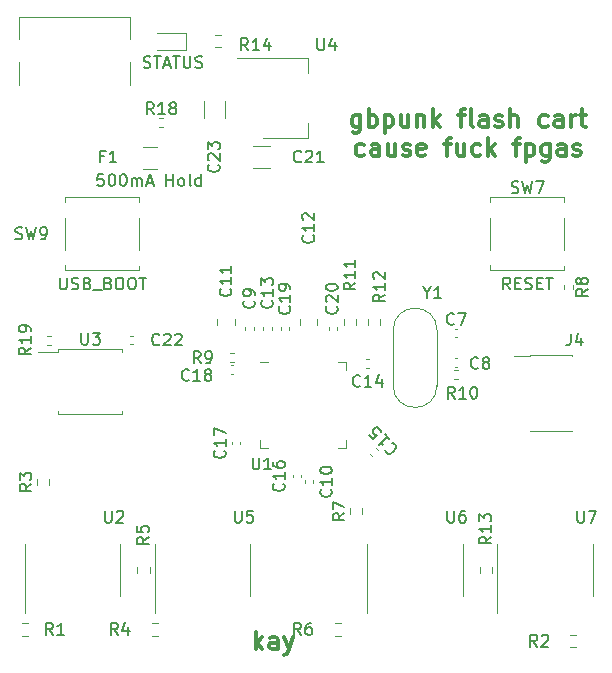
<source format=gto>
G04 #@! TF.GenerationSoftware,KiCad,Pcbnew,6.0.7*
G04 #@! TF.CreationDate,2022-08-31T22:31:15-07:00*
G04 #@! TF.ProjectId,gbpunk,67627075-6e6b-42e6-9b69-6361645f7063,v4.0*
G04 #@! TF.SameCoordinates,Original*
G04 #@! TF.FileFunction,Legend,Top*
G04 #@! TF.FilePolarity,Positive*
%FSLAX46Y46*%
G04 Gerber Fmt 4.6, Leading zero omitted, Abs format (unit mm)*
G04 Created by KiCad (PCBNEW 6.0.7) date 2022-08-31 22:31:15*
%MOMM*%
%LPD*%
G01*
G04 APERTURE LIST*
%ADD10C,0.300000*%
%ADD11C,0.150000*%
%ADD12C,0.120000*%
G04 APERTURE END LIST*
D10*
X104357142Y-46471071D02*
X104357142Y-47685357D01*
X104285714Y-47828214D01*
X104214285Y-47899642D01*
X104071428Y-47971071D01*
X103857142Y-47971071D01*
X103714285Y-47899642D01*
X104357142Y-47399642D02*
X104214285Y-47471071D01*
X103928571Y-47471071D01*
X103785714Y-47399642D01*
X103714285Y-47328214D01*
X103642857Y-47185357D01*
X103642857Y-46756785D01*
X103714285Y-46613928D01*
X103785714Y-46542500D01*
X103928571Y-46471071D01*
X104214285Y-46471071D01*
X104357142Y-46542500D01*
X105071428Y-47471071D02*
X105071428Y-45971071D01*
X105071428Y-46542500D02*
X105214285Y-46471071D01*
X105500000Y-46471071D01*
X105642857Y-46542500D01*
X105714285Y-46613928D01*
X105785714Y-46756785D01*
X105785714Y-47185357D01*
X105714285Y-47328214D01*
X105642857Y-47399642D01*
X105500000Y-47471071D01*
X105214285Y-47471071D01*
X105071428Y-47399642D01*
X106428571Y-46471071D02*
X106428571Y-47971071D01*
X106428571Y-46542500D02*
X106571428Y-46471071D01*
X106857142Y-46471071D01*
X107000000Y-46542500D01*
X107071428Y-46613928D01*
X107142857Y-46756785D01*
X107142857Y-47185357D01*
X107071428Y-47328214D01*
X107000000Y-47399642D01*
X106857142Y-47471071D01*
X106571428Y-47471071D01*
X106428571Y-47399642D01*
X108428571Y-46471071D02*
X108428571Y-47471071D01*
X107785714Y-46471071D02*
X107785714Y-47256785D01*
X107857142Y-47399642D01*
X108000000Y-47471071D01*
X108214285Y-47471071D01*
X108357142Y-47399642D01*
X108428571Y-47328214D01*
X109142857Y-46471071D02*
X109142857Y-47471071D01*
X109142857Y-46613928D02*
X109214285Y-46542500D01*
X109357142Y-46471071D01*
X109571428Y-46471071D01*
X109714285Y-46542500D01*
X109785714Y-46685357D01*
X109785714Y-47471071D01*
X110500000Y-47471071D02*
X110500000Y-45971071D01*
X110642857Y-46899642D02*
X111071428Y-47471071D01*
X111071428Y-46471071D02*
X110500000Y-47042500D01*
X112642857Y-46471071D02*
X113214285Y-46471071D01*
X112857142Y-47471071D02*
X112857142Y-46185357D01*
X112928571Y-46042500D01*
X113071428Y-45971071D01*
X113214285Y-45971071D01*
X113928571Y-47471071D02*
X113785714Y-47399642D01*
X113714285Y-47256785D01*
X113714285Y-45971071D01*
X115142857Y-47471071D02*
X115142857Y-46685357D01*
X115071428Y-46542500D01*
X114928571Y-46471071D01*
X114642857Y-46471071D01*
X114499999Y-46542500D01*
X115142857Y-47399642D02*
X114999999Y-47471071D01*
X114642857Y-47471071D01*
X114499999Y-47399642D01*
X114428571Y-47256785D01*
X114428571Y-47113928D01*
X114499999Y-46971071D01*
X114642857Y-46899642D01*
X114999999Y-46899642D01*
X115142857Y-46828214D01*
X115785714Y-47399642D02*
X115928571Y-47471071D01*
X116214285Y-47471071D01*
X116357142Y-47399642D01*
X116428571Y-47256785D01*
X116428571Y-47185357D01*
X116357142Y-47042500D01*
X116214285Y-46971071D01*
X115999999Y-46971071D01*
X115857142Y-46899642D01*
X115785714Y-46756785D01*
X115785714Y-46685357D01*
X115857142Y-46542500D01*
X115999999Y-46471071D01*
X116214285Y-46471071D01*
X116357142Y-46542500D01*
X117071428Y-47471071D02*
X117071428Y-45971071D01*
X117714285Y-47471071D02*
X117714285Y-46685357D01*
X117642857Y-46542500D01*
X117499999Y-46471071D01*
X117285714Y-46471071D01*
X117142857Y-46542500D01*
X117071428Y-46613928D01*
X120214285Y-47399642D02*
X120071428Y-47471071D01*
X119785714Y-47471071D01*
X119642857Y-47399642D01*
X119571428Y-47328214D01*
X119499999Y-47185357D01*
X119499999Y-46756785D01*
X119571428Y-46613928D01*
X119642857Y-46542500D01*
X119785714Y-46471071D01*
X120071428Y-46471071D01*
X120214285Y-46542500D01*
X121500000Y-47471071D02*
X121500000Y-46685357D01*
X121428571Y-46542500D01*
X121285714Y-46471071D01*
X121000000Y-46471071D01*
X120857142Y-46542500D01*
X121500000Y-47399642D02*
X121357142Y-47471071D01*
X121000000Y-47471071D01*
X120857142Y-47399642D01*
X120785714Y-47256785D01*
X120785714Y-47113928D01*
X120857142Y-46971071D01*
X121000000Y-46899642D01*
X121357142Y-46899642D01*
X121500000Y-46828214D01*
X122214285Y-47471071D02*
X122214285Y-46471071D01*
X122214285Y-46756785D02*
X122285714Y-46613928D01*
X122357142Y-46542500D01*
X122500000Y-46471071D01*
X122642857Y-46471071D01*
X122928571Y-46471071D02*
X123500000Y-46471071D01*
X123142857Y-45971071D02*
X123142857Y-47256785D01*
X123214285Y-47399642D01*
X123357142Y-47471071D01*
X123500000Y-47471071D01*
X104678571Y-49814642D02*
X104535714Y-49886071D01*
X104250000Y-49886071D01*
X104107142Y-49814642D01*
X104035714Y-49743214D01*
X103964285Y-49600357D01*
X103964285Y-49171785D01*
X104035714Y-49028928D01*
X104107142Y-48957500D01*
X104250000Y-48886071D01*
X104535714Y-48886071D01*
X104678571Y-48957500D01*
X105964285Y-49886071D02*
X105964285Y-49100357D01*
X105892857Y-48957500D01*
X105750000Y-48886071D01*
X105464285Y-48886071D01*
X105321428Y-48957500D01*
X105964285Y-49814642D02*
X105821428Y-49886071D01*
X105464285Y-49886071D01*
X105321428Y-49814642D01*
X105250000Y-49671785D01*
X105250000Y-49528928D01*
X105321428Y-49386071D01*
X105464285Y-49314642D01*
X105821428Y-49314642D01*
X105964285Y-49243214D01*
X107321428Y-48886071D02*
X107321428Y-49886071D01*
X106678571Y-48886071D02*
X106678571Y-49671785D01*
X106750000Y-49814642D01*
X106892857Y-49886071D01*
X107107142Y-49886071D01*
X107250000Y-49814642D01*
X107321428Y-49743214D01*
X107964285Y-49814642D02*
X108107142Y-49886071D01*
X108392857Y-49886071D01*
X108535714Y-49814642D01*
X108607142Y-49671785D01*
X108607142Y-49600357D01*
X108535714Y-49457500D01*
X108392857Y-49386071D01*
X108178571Y-49386071D01*
X108035714Y-49314642D01*
X107964285Y-49171785D01*
X107964285Y-49100357D01*
X108035714Y-48957500D01*
X108178571Y-48886071D01*
X108392857Y-48886071D01*
X108535714Y-48957500D01*
X109821428Y-49814642D02*
X109678571Y-49886071D01*
X109392857Y-49886071D01*
X109250000Y-49814642D01*
X109178571Y-49671785D01*
X109178571Y-49100357D01*
X109250000Y-48957500D01*
X109392857Y-48886071D01*
X109678571Y-48886071D01*
X109821428Y-48957500D01*
X109892857Y-49100357D01*
X109892857Y-49243214D01*
X109178571Y-49386071D01*
X111464285Y-48886071D02*
X112035714Y-48886071D01*
X111678571Y-49886071D02*
X111678571Y-48600357D01*
X111750000Y-48457500D01*
X111892857Y-48386071D01*
X112035714Y-48386071D01*
X113178571Y-48886071D02*
X113178571Y-49886071D01*
X112535714Y-48886071D02*
X112535714Y-49671785D01*
X112607142Y-49814642D01*
X112750000Y-49886071D01*
X112964285Y-49886071D01*
X113107142Y-49814642D01*
X113178571Y-49743214D01*
X114535714Y-49814642D02*
X114392857Y-49886071D01*
X114107142Y-49886071D01*
X113964285Y-49814642D01*
X113892857Y-49743214D01*
X113821428Y-49600357D01*
X113821428Y-49171785D01*
X113892857Y-49028928D01*
X113964285Y-48957500D01*
X114107142Y-48886071D01*
X114392857Y-48886071D01*
X114535714Y-48957500D01*
X115178571Y-49886071D02*
X115178571Y-48386071D01*
X115321428Y-49314642D02*
X115750000Y-49886071D01*
X115750000Y-48886071D02*
X115178571Y-49457500D01*
X117321428Y-48886071D02*
X117892857Y-48886071D01*
X117535714Y-49886071D02*
X117535714Y-48600357D01*
X117607142Y-48457500D01*
X117750000Y-48386071D01*
X117892857Y-48386071D01*
X118392857Y-48886071D02*
X118392857Y-50386071D01*
X118392857Y-48957500D02*
X118535714Y-48886071D01*
X118821428Y-48886071D01*
X118964285Y-48957500D01*
X119035714Y-49028928D01*
X119107142Y-49171785D01*
X119107142Y-49600357D01*
X119035714Y-49743214D01*
X118964285Y-49814642D01*
X118821428Y-49886071D01*
X118535714Y-49886071D01*
X118392857Y-49814642D01*
X120392857Y-48886071D02*
X120392857Y-50100357D01*
X120321428Y-50243214D01*
X120250000Y-50314642D01*
X120107142Y-50386071D01*
X119892857Y-50386071D01*
X119750000Y-50314642D01*
X120392857Y-49814642D02*
X120250000Y-49886071D01*
X119964285Y-49886071D01*
X119821428Y-49814642D01*
X119750000Y-49743214D01*
X119678571Y-49600357D01*
X119678571Y-49171785D01*
X119750000Y-49028928D01*
X119821428Y-48957500D01*
X119964285Y-48886071D01*
X120250000Y-48886071D01*
X120392857Y-48957500D01*
X121750000Y-49886071D02*
X121750000Y-49100357D01*
X121678571Y-48957500D01*
X121535714Y-48886071D01*
X121250000Y-48886071D01*
X121107142Y-48957500D01*
X121750000Y-49814642D02*
X121607142Y-49886071D01*
X121250000Y-49886071D01*
X121107142Y-49814642D01*
X121035714Y-49671785D01*
X121035714Y-49528928D01*
X121107142Y-49386071D01*
X121250000Y-49314642D01*
X121607142Y-49314642D01*
X121750000Y-49243214D01*
X122392857Y-49814642D02*
X122535714Y-49886071D01*
X122821428Y-49886071D01*
X122964285Y-49814642D01*
X123035714Y-49671785D01*
X123035714Y-49600357D01*
X122964285Y-49457500D01*
X122821428Y-49386071D01*
X122607142Y-49386071D01*
X122464285Y-49314642D01*
X122392857Y-49171785D01*
X122392857Y-49100357D01*
X122464285Y-48957500D01*
X122607142Y-48886071D01*
X122821428Y-48886071D01*
X122964285Y-48957500D01*
X95500000Y-91678571D02*
X95500000Y-90178571D01*
X95642857Y-91107142D02*
X96071428Y-91678571D01*
X96071428Y-90678571D02*
X95500000Y-91250000D01*
X97357142Y-91678571D02*
X97357142Y-90892857D01*
X97285714Y-90750000D01*
X97142857Y-90678571D01*
X96857142Y-90678571D01*
X96714285Y-90750000D01*
X97357142Y-91607142D02*
X97214285Y-91678571D01*
X96857142Y-91678571D01*
X96714285Y-91607142D01*
X96642857Y-91464285D01*
X96642857Y-91321428D01*
X96714285Y-91178571D01*
X96857142Y-91107142D01*
X97214285Y-91107142D01*
X97357142Y-91035714D01*
X97928571Y-90678571D02*
X98285714Y-91678571D01*
X98642857Y-90678571D02*
X98285714Y-91678571D01*
X98142857Y-92035714D01*
X98071428Y-92107142D01*
X97928571Y-92178571D01*
D11*
G04 #@! TO.C,C20*
X102357142Y-62642857D02*
X102404761Y-62690476D01*
X102452380Y-62833333D01*
X102452380Y-62928571D01*
X102404761Y-63071428D01*
X102309523Y-63166666D01*
X102214285Y-63214285D01*
X102023809Y-63261904D01*
X101880952Y-63261904D01*
X101690476Y-63214285D01*
X101595238Y-63166666D01*
X101500000Y-63071428D01*
X101452380Y-62928571D01*
X101452380Y-62833333D01*
X101500000Y-62690476D01*
X101547619Y-62642857D01*
X101547619Y-62261904D02*
X101500000Y-62214285D01*
X101452380Y-62119047D01*
X101452380Y-61880952D01*
X101500000Y-61785714D01*
X101547619Y-61738095D01*
X101642857Y-61690476D01*
X101738095Y-61690476D01*
X101880952Y-61738095D01*
X102452380Y-62309523D01*
X102452380Y-61690476D01*
X101452380Y-61071428D02*
X101452380Y-60976190D01*
X101500000Y-60880952D01*
X101547619Y-60833333D01*
X101642857Y-60785714D01*
X101833333Y-60738095D01*
X102071428Y-60738095D01*
X102261904Y-60785714D01*
X102357142Y-60833333D01*
X102404761Y-60880952D01*
X102452380Y-60976190D01*
X102452380Y-61071428D01*
X102404761Y-61166666D01*
X102357142Y-61214285D01*
X102261904Y-61261904D01*
X102071428Y-61309523D01*
X101833333Y-61309523D01*
X101642857Y-61261904D01*
X101547619Y-61214285D01*
X101500000Y-61166666D01*
X101452380Y-61071428D01*
G04 #@! TO.C,C13*
X96857142Y-62142857D02*
X96904761Y-62190476D01*
X96952380Y-62333333D01*
X96952380Y-62428571D01*
X96904761Y-62571428D01*
X96809523Y-62666666D01*
X96714285Y-62714285D01*
X96523809Y-62761904D01*
X96380952Y-62761904D01*
X96190476Y-62714285D01*
X96095238Y-62666666D01*
X96000000Y-62571428D01*
X95952380Y-62428571D01*
X95952380Y-62333333D01*
X96000000Y-62190476D01*
X96047619Y-62142857D01*
X96952380Y-61190476D02*
X96952380Y-61761904D01*
X96952380Y-61476190D02*
X95952380Y-61476190D01*
X96095238Y-61571428D01*
X96190476Y-61666666D01*
X96238095Y-61761904D01*
X95952380Y-60857142D02*
X95952380Y-60238095D01*
X96333333Y-60571428D01*
X96333333Y-60428571D01*
X96380952Y-60333333D01*
X96428571Y-60285714D01*
X96523809Y-60238095D01*
X96761904Y-60238095D01*
X96857142Y-60285714D01*
X96904761Y-60333333D01*
X96952380Y-60428571D01*
X96952380Y-60714285D01*
X96904761Y-60809523D01*
X96857142Y-60857142D01*
G04 #@! TO.C,U7*
X122738095Y-79952380D02*
X122738095Y-80761904D01*
X122785714Y-80857142D01*
X122833333Y-80904761D01*
X122928571Y-80952380D01*
X123119047Y-80952380D01*
X123214285Y-80904761D01*
X123261904Y-80857142D01*
X123309523Y-80761904D01*
X123309523Y-79952380D01*
X123690476Y-79952380D02*
X124357142Y-79952380D01*
X123928571Y-80952380D01*
G04 #@! TO.C,C17*
X92857142Y-74862857D02*
X92904761Y-74910476D01*
X92952380Y-75053333D01*
X92952380Y-75148571D01*
X92904761Y-75291428D01*
X92809523Y-75386666D01*
X92714285Y-75434285D01*
X92523809Y-75481904D01*
X92380952Y-75481904D01*
X92190476Y-75434285D01*
X92095238Y-75386666D01*
X92000000Y-75291428D01*
X91952380Y-75148571D01*
X91952380Y-75053333D01*
X92000000Y-74910476D01*
X92047619Y-74862857D01*
X92952380Y-73910476D02*
X92952380Y-74481904D01*
X92952380Y-74196190D02*
X91952380Y-74196190D01*
X92095238Y-74291428D01*
X92190476Y-74386666D01*
X92238095Y-74481904D01*
X91952380Y-73577142D02*
X91952380Y-72910476D01*
X92952380Y-73339047D01*
G04 #@! TO.C,C14*
X104357142Y-69357142D02*
X104309523Y-69404761D01*
X104166666Y-69452380D01*
X104071428Y-69452380D01*
X103928571Y-69404761D01*
X103833333Y-69309523D01*
X103785714Y-69214285D01*
X103738095Y-69023809D01*
X103738095Y-68880952D01*
X103785714Y-68690476D01*
X103833333Y-68595238D01*
X103928571Y-68500000D01*
X104071428Y-68452380D01*
X104166666Y-68452380D01*
X104309523Y-68500000D01*
X104357142Y-68547619D01*
X105309523Y-69452380D02*
X104738095Y-69452380D01*
X105023809Y-69452380D02*
X105023809Y-68452380D01*
X104928571Y-68595238D01*
X104833333Y-68690476D01*
X104738095Y-68738095D01*
X106166666Y-68785714D02*
X106166666Y-69452380D01*
X105928571Y-68404761D02*
X105690476Y-69119047D01*
X106309523Y-69119047D01*
G04 #@! TO.C,C22*
X87357142Y-65857142D02*
X87309523Y-65904761D01*
X87166666Y-65952380D01*
X87071428Y-65952380D01*
X86928571Y-65904761D01*
X86833333Y-65809523D01*
X86785714Y-65714285D01*
X86738095Y-65523809D01*
X86738095Y-65380952D01*
X86785714Y-65190476D01*
X86833333Y-65095238D01*
X86928571Y-65000000D01*
X87071428Y-64952380D01*
X87166666Y-64952380D01*
X87309523Y-65000000D01*
X87357142Y-65047619D01*
X87738095Y-65047619D02*
X87785714Y-65000000D01*
X87880952Y-64952380D01*
X88119047Y-64952380D01*
X88214285Y-65000000D01*
X88261904Y-65047619D01*
X88309523Y-65142857D01*
X88309523Y-65238095D01*
X88261904Y-65380952D01*
X87690476Y-65952380D01*
X88309523Y-65952380D01*
X88690476Y-65047619D02*
X88738095Y-65000000D01*
X88833333Y-64952380D01*
X89071428Y-64952380D01*
X89166666Y-65000000D01*
X89214285Y-65047619D01*
X89261904Y-65142857D01*
X89261904Y-65238095D01*
X89214285Y-65380952D01*
X88642857Y-65952380D01*
X89261904Y-65952380D01*
G04 #@! TO.C,R9*
X90833333Y-67452380D02*
X90500000Y-66976190D01*
X90261904Y-67452380D02*
X90261904Y-66452380D01*
X90642857Y-66452380D01*
X90738095Y-66500000D01*
X90785714Y-66547619D01*
X90833333Y-66642857D01*
X90833333Y-66785714D01*
X90785714Y-66880952D01*
X90738095Y-66928571D01*
X90642857Y-66976190D01*
X90261904Y-66976190D01*
X91309523Y-67452380D02*
X91500000Y-67452380D01*
X91595238Y-67404761D01*
X91642857Y-67357142D01*
X91738095Y-67214285D01*
X91785714Y-67023809D01*
X91785714Y-66642857D01*
X91738095Y-66547619D01*
X91690476Y-66500000D01*
X91595238Y-66452380D01*
X91404761Y-66452380D01*
X91309523Y-66500000D01*
X91261904Y-66547619D01*
X91214285Y-66642857D01*
X91214285Y-66880952D01*
X91261904Y-66976190D01*
X91309523Y-67023809D01*
X91404761Y-67071428D01*
X91595238Y-67071428D01*
X91690476Y-67023809D01*
X91738095Y-66976190D01*
X91785714Y-66880952D01*
G04 #@! TO.C,R13*
X115452380Y-82142857D02*
X114976190Y-82476190D01*
X115452380Y-82714285D02*
X114452380Y-82714285D01*
X114452380Y-82333333D01*
X114500000Y-82238095D01*
X114547619Y-82190476D01*
X114642857Y-82142857D01*
X114785714Y-82142857D01*
X114880952Y-82190476D01*
X114928571Y-82238095D01*
X114976190Y-82333333D01*
X114976190Y-82714285D01*
X115452380Y-81190476D02*
X115452380Y-81761904D01*
X115452380Y-81476190D02*
X114452380Y-81476190D01*
X114595238Y-81571428D01*
X114690476Y-81666666D01*
X114738095Y-81761904D01*
X114452380Y-80857142D02*
X114452380Y-80238095D01*
X114833333Y-80571428D01*
X114833333Y-80428571D01*
X114880952Y-80333333D01*
X114928571Y-80285714D01*
X115023809Y-80238095D01*
X115261904Y-80238095D01*
X115357142Y-80285714D01*
X115404761Y-80333333D01*
X115452380Y-80428571D01*
X115452380Y-80714285D01*
X115404761Y-80809523D01*
X115357142Y-80857142D01*
G04 #@! TO.C,R6*
X99333333Y-90452380D02*
X99000000Y-89976190D01*
X98761904Y-90452380D02*
X98761904Y-89452380D01*
X99142857Y-89452380D01*
X99238095Y-89500000D01*
X99285714Y-89547619D01*
X99333333Y-89642857D01*
X99333333Y-89785714D01*
X99285714Y-89880952D01*
X99238095Y-89928571D01*
X99142857Y-89976190D01*
X98761904Y-89976190D01*
X100190476Y-89452380D02*
X100000000Y-89452380D01*
X99904761Y-89500000D01*
X99857142Y-89547619D01*
X99761904Y-89690476D01*
X99714285Y-89880952D01*
X99714285Y-90261904D01*
X99761904Y-90357142D01*
X99809523Y-90404761D01*
X99904761Y-90452380D01*
X100095238Y-90452380D01*
X100190476Y-90404761D01*
X100238095Y-90357142D01*
X100285714Y-90261904D01*
X100285714Y-90023809D01*
X100238095Y-89928571D01*
X100190476Y-89880952D01*
X100095238Y-89833333D01*
X99904761Y-89833333D01*
X99809523Y-89880952D01*
X99761904Y-89928571D01*
X99714285Y-90023809D01*
G04 #@! TO.C,C21*
X99357142Y-50357142D02*
X99309523Y-50404761D01*
X99166666Y-50452380D01*
X99071428Y-50452380D01*
X98928571Y-50404761D01*
X98833333Y-50309523D01*
X98785714Y-50214285D01*
X98738095Y-50023809D01*
X98738095Y-49880952D01*
X98785714Y-49690476D01*
X98833333Y-49595238D01*
X98928571Y-49500000D01*
X99071428Y-49452380D01*
X99166666Y-49452380D01*
X99309523Y-49500000D01*
X99357142Y-49547619D01*
X99738095Y-49547619D02*
X99785714Y-49500000D01*
X99880952Y-49452380D01*
X100119047Y-49452380D01*
X100214285Y-49500000D01*
X100261904Y-49547619D01*
X100309523Y-49642857D01*
X100309523Y-49738095D01*
X100261904Y-49880952D01*
X99690476Y-50452380D01*
X100309523Y-50452380D01*
X101261904Y-50452380D02*
X100690476Y-50452380D01*
X100976190Y-50452380D02*
X100976190Y-49452380D01*
X100880952Y-49595238D01*
X100785714Y-49690476D01*
X100690476Y-49738095D01*
G04 #@! TO.C,C11*
X93357142Y-61142857D02*
X93404761Y-61190476D01*
X93452380Y-61333333D01*
X93452380Y-61428571D01*
X93404761Y-61571428D01*
X93309523Y-61666666D01*
X93214285Y-61714285D01*
X93023809Y-61761904D01*
X92880952Y-61761904D01*
X92690476Y-61714285D01*
X92595238Y-61666666D01*
X92500000Y-61571428D01*
X92452380Y-61428571D01*
X92452380Y-61333333D01*
X92500000Y-61190476D01*
X92547619Y-61142857D01*
X93452380Y-60190476D02*
X93452380Y-60761904D01*
X93452380Y-60476190D02*
X92452380Y-60476190D01*
X92595238Y-60571428D01*
X92690476Y-60666666D01*
X92738095Y-60761904D01*
X93452380Y-59238095D02*
X93452380Y-59809523D01*
X93452380Y-59523809D02*
X92452380Y-59523809D01*
X92595238Y-59619047D01*
X92690476Y-59714285D01*
X92738095Y-59809523D01*
G04 #@! TO.C,R11*
X103952380Y-60642857D02*
X103476190Y-60976190D01*
X103952380Y-61214285D02*
X102952380Y-61214285D01*
X102952380Y-60833333D01*
X103000000Y-60738095D01*
X103047619Y-60690476D01*
X103142857Y-60642857D01*
X103285714Y-60642857D01*
X103380952Y-60690476D01*
X103428571Y-60738095D01*
X103476190Y-60833333D01*
X103476190Y-61214285D01*
X103952380Y-59690476D02*
X103952380Y-60261904D01*
X103952380Y-59976190D02*
X102952380Y-59976190D01*
X103095238Y-60071428D01*
X103190476Y-60166666D01*
X103238095Y-60261904D01*
X103952380Y-58738095D02*
X103952380Y-59309523D01*
X103952380Y-59023809D02*
X102952380Y-59023809D01*
X103095238Y-59119047D01*
X103190476Y-59214285D01*
X103238095Y-59309523D01*
G04 #@! TO.C,J4*
X122166666Y-64952380D02*
X122166666Y-65666666D01*
X122119047Y-65809523D01*
X122023809Y-65904761D01*
X121880952Y-65952380D01*
X121785714Y-65952380D01*
X123071428Y-65285714D02*
X123071428Y-65952380D01*
X122833333Y-64904761D02*
X122595238Y-65619047D01*
X123214285Y-65619047D01*
G04 #@! TO.C,R19*
X76452380Y-66142857D02*
X75976190Y-66476190D01*
X76452380Y-66714285D02*
X75452380Y-66714285D01*
X75452380Y-66333333D01*
X75500000Y-66238095D01*
X75547619Y-66190476D01*
X75642857Y-66142857D01*
X75785714Y-66142857D01*
X75880952Y-66190476D01*
X75928571Y-66238095D01*
X75976190Y-66333333D01*
X75976190Y-66714285D01*
X76452380Y-65190476D02*
X76452380Y-65761904D01*
X76452380Y-65476190D02*
X75452380Y-65476190D01*
X75595238Y-65571428D01*
X75690476Y-65666666D01*
X75738095Y-65761904D01*
X76452380Y-64714285D02*
X76452380Y-64523809D01*
X76404761Y-64428571D01*
X76357142Y-64380952D01*
X76214285Y-64285714D01*
X76023809Y-64238095D01*
X75642857Y-64238095D01*
X75547619Y-64285714D01*
X75500000Y-64333333D01*
X75452380Y-64428571D01*
X75452380Y-64619047D01*
X75500000Y-64714285D01*
X75547619Y-64761904D01*
X75642857Y-64809523D01*
X75880952Y-64809523D01*
X75976190Y-64761904D01*
X76023809Y-64714285D01*
X76071428Y-64619047D01*
X76071428Y-64428571D01*
X76023809Y-64333333D01*
X75976190Y-64285714D01*
X75880952Y-64238095D01*
G04 #@! TO.C,R12*
X106452380Y-61642857D02*
X105976190Y-61976190D01*
X106452380Y-62214285D02*
X105452380Y-62214285D01*
X105452380Y-61833333D01*
X105500000Y-61738095D01*
X105547619Y-61690476D01*
X105642857Y-61642857D01*
X105785714Y-61642857D01*
X105880952Y-61690476D01*
X105928571Y-61738095D01*
X105976190Y-61833333D01*
X105976190Y-62214285D01*
X106452380Y-60690476D02*
X106452380Y-61261904D01*
X106452380Y-60976190D02*
X105452380Y-60976190D01*
X105595238Y-61071428D01*
X105690476Y-61166666D01*
X105738095Y-61261904D01*
X105547619Y-60309523D02*
X105500000Y-60261904D01*
X105452380Y-60166666D01*
X105452380Y-59928571D01*
X105500000Y-59833333D01*
X105547619Y-59785714D01*
X105642857Y-59738095D01*
X105738095Y-59738095D01*
X105880952Y-59785714D01*
X106452380Y-60357142D01*
X106452380Y-59738095D01*
G04 #@! TO.C,Y1*
X110023809Y-61476190D02*
X110023809Y-61952380D01*
X109690476Y-60952380D02*
X110023809Y-61476190D01*
X110357142Y-60952380D01*
X111214285Y-61952380D02*
X110642857Y-61952380D01*
X110928571Y-61952380D02*
X110928571Y-60952380D01*
X110833333Y-61095238D01*
X110738095Y-61190476D01*
X110642857Y-61238095D01*
G04 #@! TO.C,SW9*
X75166666Y-56904761D02*
X75309523Y-56952380D01*
X75547619Y-56952380D01*
X75642857Y-56904761D01*
X75690476Y-56857142D01*
X75738095Y-56761904D01*
X75738095Y-56666666D01*
X75690476Y-56571428D01*
X75642857Y-56523809D01*
X75547619Y-56476190D01*
X75357142Y-56428571D01*
X75261904Y-56380952D01*
X75214285Y-56333333D01*
X75166666Y-56238095D01*
X75166666Y-56142857D01*
X75214285Y-56047619D01*
X75261904Y-56000000D01*
X75357142Y-55952380D01*
X75595238Y-55952380D01*
X75738095Y-56000000D01*
X76071428Y-55952380D02*
X76309523Y-56952380D01*
X76500000Y-56238095D01*
X76690476Y-56952380D01*
X76928571Y-55952380D01*
X77357142Y-56952380D02*
X77547619Y-56952380D01*
X77642857Y-56904761D01*
X77690476Y-56857142D01*
X77785714Y-56714285D01*
X77833333Y-56523809D01*
X77833333Y-56142857D01*
X77785714Y-56047619D01*
X77738095Y-56000000D01*
X77642857Y-55952380D01*
X77452380Y-55952380D01*
X77357142Y-56000000D01*
X77309523Y-56047619D01*
X77261904Y-56142857D01*
X77261904Y-56380952D01*
X77309523Y-56476190D01*
X77357142Y-56523809D01*
X77452380Y-56571428D01*
X77642857Y-56571428D01*
X77738095Y-56523809D01*
X77785714Y-56476190D01*
X77833333Y-56380952D01*
X78928571Y-60202380D02*
X78928571Y-61011904D01*
X78976190Y-61107142D01*
X79023809Y-61154761D01*
X79119047Y-61202380D01*
X79309523Y-61202380D01*
X79404761Y-61154761D01*
X79452380Y-61107142D01*
X79500000Y-61011904D01*
X79500000Y-60202380D01*
X79928571Y-61154761D02*
X80071428Y-61202380D01*
X80309523Y-61202380D01*
X80404761Y-61154761D01*
X80452380Y-61107142D01*
X80500000Y-61011904D01*
X80500000Y-60916666D01*
X80452380Y-60821428D01*
X80404761Y-60773809D01*
X80309523Y-60726190D01*
X80119047Y-60678571D01*
X80023809Y-60630952D01*
X79976190Y-60583333D01*
X79928571Y-60488095D01*
X79928571Y-60392857D01*
X79976190Y-60297619D01*
X80023809Y-60250000D01*
X80119047Y-60202380D01*
X80357142Y-60202380D01*
X80500000Y-60250000D01*
X81261904Y-60678571D02*
X81404761Y-60726190D01*
X81452380Y-60773809D01*
X81500000Y-60869047D01*
X81500000Y-61011904D01*
X81452380Y-61107142D01*
X81404761Y-61154761D01*
X81309523Y-61202380D01*
X80928571Y-61202380D01*
X80928571Y-60202380D01*
X81261904Y-60202380D01*
X81357142Y-60250000D01*
X81404761Y-60297619D01*
X81452380Y-60392857D01*
X81452380Y-60488095D01*
X81404761Y-60583333D01*
X81357142Y-60630952D01*
X81261904Y-60678571D01*
X80928571Y-60678571D01*
X81690476Y-61297619D02*
X82452380Y-61297619D01*
X83023809Y-60678571D02*
X83166666Y-60726190D01*
X83214285Y-60773809D01*
X83261904Y-60869047D01*
X83261904Y-61011904D01*
X83214285Y-61107142D01*
X83166666Y-61154761D01*
X83071428Y-61202380D01*
X82690476Y-61202380D01*
X82690476Y-60202380D01*
X83023809Y-60202380D01*
X83119047Y-60250000D01*
X83166666Y-60297619D01*
X83214285Y-60392857D01*
X83214285Y-60488095D01*
X83166666Y-60583333D01*
X83119047Y-60630952D01*
X83023809Y-60678571D01*
X82690476Y-60678571D01*
X83880952Y-60202380D02*
X84071428Y-60202380D01*
X84166666Y-60250000D01*
X84261904Y-60345238D01*
X84309523Y-60535714D01*
X84309523Y-60869047D01*
X84261904Y-61059523D01*
X84166666Y-61154761D01*
X84071428Y-61202380D01*
X83880952Y-61202380D01*
X83785714Y-61154761D01*
X83690476Y-61059523D01*
X83642857Y-60869047D01*
X83642857Y-60535714D01*
X83690476Y-60345238D01*
X83785714Y-60250000D01*
X83880952Y-60202380D01*
X84928571Y-60202380D02*
X85119047Y-60202380D01*
X85214285Y-60250000D01*
X85309523Y-60345238D01*
X85357142Y-60535714D01*
X85357142Y-60869047D01*
X85309523Y-61059523D01*
X85214285Y-61154761D01*
X85119047Y-61202380D01*
X84928571Y-61202380D01*
X84833333Y-61154761D01*
X84738095Y-61059523D01*
X84690476Y-60869047D01*
X84690476Y-60535714D01*
X84738095Y-60345238D01*
X84833333Y-60250000D01*
X84928571Y-60202380D01*
X85642857Y-60202380D02*
X86214285Y-60202380D01*
X85928571Y-61202380D02*
X85928571Y-60202380D01*
G04 #@! TO.C,R2*
X119333333Y-91452380D02*
X119000000Y-90976190D01*
X118761904Y-91452380D02*
X118761904Y-90452380D01*
X119142857Y-90452380D01*
X119238095Y-90500000D01*
X119285714Y-90547619D01*
X119333333Y-90642857D01*
X119333333Y-90785714D01*
X119285714Y-90880952D01*
X119238095Y-90928571D01*
X119142857Y-90976190D01*
X118761904Y-90976190D01*
X119714285Y-90547619D02*
X119761904Y-90500000D01*
X119857142Y-90452380D01*
X120095238Y-90452380D01*
X120190476Y-90500000D01*
X120238095Y-90547619D01*
X120285714Y-90642857D01*
X120285714Y-90738095D01*
X120238095Y-90880952D01*
X119666666Y-91452380D01*
X120285714Y-91452380D01*
G04 #@! TO.C,C8*
X114333333Y-67857142D02*
X114285714Y-67904761D01*
X114142857Y-67952380D01*
X114047619Y-67952380D01*
X113904761Y-67904761D01*
X113809523Y-67809523D01*
X113761904Y-67714285D01*
X113714285Y-67523809D01*
X113714285Y-67380952D01*
X113761904Y-67190476D01*
X113809523Y-67095238D01*
X113904761Y-67000000D01*
X114047619Y-66952380D01*
X114142857Y-66952380D01*
X114285714Y-67000000D01*
X114333333Y-67047619D01*
X114904761Y-67380952D02*
X114809523Y-67333333D01*
X114761904Y-67285714D01*
X114714285Y-67190476D01*
X114714285Y-67142857D01*
X114761904Y-67047619D01*
X114809523Y-67000000D01*
X114904761Y-66952380D01*
X115095238Y-66952380D01*
X115190476Y-67000000D01*
X115238095Y-67047619D01*
X115285714Y-67142857D01*
X115285714Y-67190476D01*
X115238095Y-67285714D01*
X115190476Y-67333333D01*
X115095238Y-67380952D01*
X114904761Y-67380952D01*
X114809523Y-67428571D01*
X114761904Y-67476190D01*
X114714285Y-67571428D01*
X114714285Y-67761904D01*
X114761904Y-67857142D01*
X114809523Y-67904761D01*
X114904761Y-67952380D01*
X115095238Y-67952380D01*
X115190476Y-67904761D01*
X115238095Y-67857142D01*
X115285714Y-67761904D01*
X115285714Y-67571428D01*
X115238095Y-67476190D01*
X115190476Y-67428571D01*
X115095238Y-67380952D01*
G04 #@! TO.C,R5*
X86452380Y-82166666D02*
X85976190Y-82500000D01*
X86452380Y-82738095D02*
X85452380Y-82738095D01*
X85452380Y-82357142D01*
X85500000Y-82261904D01*
X85547619Y-82214285D01*
X85642857Y-82166666D01*
X85785714Y-82166666D01*
X85880952Y-82214285D01*
X85928571Y-82261904D01*
X85976190Y-82357142D01*
X85976190Y-82738095D01*
X85452380Y-81261904D02*
X85452380Y-81738095D01*
X85928571Y-81785714D01*
X85880952Y-81738095D01*
X85833333Y-81642857D01*
X85833333Y-81404761D01*
X85880952Y-81309523D01*
X85928571Y-81261904D01*
X86023809Y-81214285D01*
X86261904Y-81214285D01*
X86357142Y-81261904D01*
X86404761Y-81309523D01*
X86452380Y-81404761D01*
X86452380Y-81642857D01*
X86404761Y-81738095D01*
X86357142Y-81785714D01*
G04 #@! TO.C,C16*
X97857142Y-77642857D02*
X97904761Y-77690476D01*
X97952380Y-77833333D01*
X97952380Y-77928571D01*
X97904761Y-78071428D01*
X97809523Y-78166666D01*
X97714285Y-78214285D01*
X97523809Y-78261904D01*
X97380952Y-78261904D01*
X97190476Y-78214285D01*
X97095238Y-78166666D01*
X97000000Y-78071428D01*
X96952380Y-77928571D01*
X96952380Y-77833333D01*
X97000000Y-77690476D01*
X97047619Y-77642857D01*
X97952380Y-76690476D02*
X97952380Y-77261904D01*
X97952380Y-76976190D02*
X96952380Y-76976190D01*
X97095238Y-77071428D01*
X97190476Y-77166666D01*
X97238095Y-77261904D01*
X96952380Y-75833333D02*
X96952380Y-76023809D01*
X97000000Y-76119047D01*
X97047619Y-76166666D01*
X97190476Y-76261904D01*
X97380952Y-76309523D01*
X97761904Y-76309523D01*
X97857142Y-76261904D01*
X97904761Y-76214285D01*
X97952380Y-76119047D01*
X97952380Y-75928571D01*
X97904761Y-75833333D01*
X97857142Y-75785714D01*
X97761904Y-75738095D01*
X97523809Y-75738095D01*
X97428571Y-75785714D01*
X97380952Y-75833333D01*
X97333333Y-75928571D01*
X97333333Y-76119047D01*
X97380952Y-76214285D01*
X97428571Y-76261904D01*
X97523809Y-76309523D01*
G04 #@! TO.C,U6*
X111738095Y-79952380D02*
X111738095Y-80761904D01*
X111785714Y-80857142D01*
X111833333Y-80904761D01*
X111928571Y-80952380D01*
X112119047Y-80952380D01*
X112214285Y-80904761D01*
X112261904Y-80857142D01*
X112309523Y-80761904D01*
X112309523Y-79952380D01*
X113214285Y-79952380D02*
X113023809Y-79952380D01*
X112928571Y-80000000D01*
X112880952Y-80047619D01*
X112785714Y-80190476D01*
X112738095Y-80380952D01*
X112738095Y-80761904D01*
X112785714Y-80857142D01*
X112833333Y-80904761D01*
X112928571Y-80952380D01*
X113119047Y-80952380D01*
X113214285Y-80904761D01*
X113261904Y-80857142D01*
X113309523Y-80761904D01*
X113309523Y-80523809D01*
X113261904Y-80428571D01*
X113214285Y-80380952D01*
X113119047Y-80333333D01*
X112928571Y-80333333D01*
X112833333Y-80380952D01*
X112785714Y-80428571D01*
X112738095Y-80523809D01*
G04 #@! TO.C,C15*
X107027350Y-74202030D02*
X107094694Y-74202030D01*
X107229381Y-74269374D01*
X107296724Y-74336717D01*
X107364068Y-74471404D01*
X107364068Y-74606091D01*
X107330396Y-74707106D01*
X107229381Y-74875465D01*
X107128366Y-74976480D01*
X106960007Y-75077496D01*
X106858992Y-75111167D01*
X106724305Y-75111167D01*
X106589618Y-75043824D01*
X106522274Y-74976480D01*
X106454931Y-74841793D01*
X106454931Y-74774450D01*
X106421259Y-73461251D02*
X106825320Y-73865312D01*
X106623289Y-73663282D02*
X105916182Y-74370389D01*
X106084541Y-74336717D01*
X106219228Y-74336717D01*
X106320244Y-74370389D01*
X105074389Y-73528595D02*
X105411106Y-73865312D01*
X105781495Y-73562267D01*
X105714152Y-73562267D01*
X105613137Y-73528595D01*
X105444778Y-73360236D01*
X105411106Y-73259221D01*
X105411106Y-73191877D01*
X105444778Y-73090862D01*
X105613137Y-72922503D01*
X105714152Y-72888832D01*
X105781495Y-72888832D01*
X105882511Y-72922503D01*
X106050869Y-73090862D01*
X106084541Y-73191877D01*
X106084541Y-73259221D01*
G04 #@! TO.C,R18*
X86867142Y-46382380D02*
X86533809Y-45906190D01*
X86295714Y-46382380D02*
X86295714Y-45382380D01*
X86676666Y-45382380D01*
X86771904Y-45430000D01*
X86819523Y-45477619D01*
X86867142Y-45572857D01*
X86867142Y-45715714D01*
X86819523Y-45810952D01*
X86771904Y-45858571D01*
X86676666Y-45906190D01*
X86295714Y-45906190D01*
X87819523Y-46382380D02*
X87248095Y-46382380D01*
X87533809Y-46382380D02*
X87533809Y-45382380D01*
X87438571Y-45525238D01*
X87343333Y-45620476D01*
X87248095Y-45668095D01*
X88390952Y-45810952D02*
X88295714Y-45763333D01*
X88248095Y-45715714D01*
X88200476Y-45620476D01*
X88200476Y-45572857D01*
X88248095Y-45477619D01*
X88295714Y-45430000D01*
X88390952Y-45382380D01*
X88581428Y-45382380D01*
X88676666Y-45430000D01*
X88724285Y-45477619D01*
X88771904Y-45572857D01*
X88771904Y-45620476D01*
X88724285Y-45715714D01*
X88676666Y-45763333D01*
X88581428Y-45810952D01*
X88390952Y-45810952D01*
X88295714Y-45858571D01*
X88248095Y-45906190D01*
X88200476Y-46001428D01*
X88200476Y-46191904D01*
X88248095Y-46287142D01*
X88295714Y-46334761D01*
X88390952Y-46382380D01*
X88581428Y-46382380D01*
X88676666Y-46334761D01*
X88724285Y-46287142D01*
X88771904Y-46191904D01*
X88771904Y-46001428D01*
X88724285Y-45906190D01*
X88676666Y-45858571D01*
X88581428Y-45810952D01*
G04 #@! TO.C,U3*
X80738095Y-64892380D02*
X80738095Y-65701904D01*
X80785714Y-65797142D01*
X80833333Y-65844761D01*
X80928571Y-65892380D01*
X81119047Y-65892380D01*
X81214285Y-65844761D01*
X81261904Y-65797142D01*
X81309523Y-65701904D01*
X81309523Y-64892380D01*
X81690476Y-64892380D02*
X82309523Y-64892380D01*
X81976190Y-65273333D01*
X82119047Y-65273333D01*
X82214285Y-65320952D01*
X82261904Y-65368571D01*
X82309523Y-65463809D01*
X82309523Y-65701904D01*
X82261904Y-65797142D01*
X82214285Y-65844761D01*
X82119047Y-65892380D01*
X81833333Y-65892380D01*
X81738095Y-65844761D01*
X81690476Y-65797142D01*
G04 #@! TO.C,R7*
X103022380Y-80166666D02*
X102546190Y-80500000D01*
X103022380Y-80738095D02*
X102022380Y-80738095D01*
X102022380Y-80357142D01*
X102070000Y-80261904D01*
X102117619Y-80214285D01*
X102212857Y-80166666D01*
X102355714Y-80166666D01*
X102450952Y-80214285D01*
X102498571Y-80261904D01*
X102546190Y-80357142D01*
X102546190Y-80738095D01*
X102022380Y-79833333D02*
X102022380Y-79166666D01*
X103022380Y-79595238D01*
G04 #@! TO.C,R1*
X78333333Y-90452380D02*
X78000000Y-89976190D01*
X77761904Y-90452380D02*
X77761904Y-89452380D01*
X78142857Y-89452380D01*
X78238095Y-89500000D01*
X78285714Y-89547619D01*
X78333333Y-89642857D01*
X78333333Y-89785714D01*
X78285714Y-89880952D01*
X78238095Y-89928571D01*
X78142857Y-89976190D01*
X77761904Y-89976190D01*
X79285714Y-90452380D02*
X78714285Y-90452380D01*
X79000000Y-90452380D02*
X79000000Y-89452380D01*
X78904761Y-89595238D01*
X78809523Y-89690476D01*
X78714285Y-89738095D01*
G04 #@! TO.C,SW7*
X117166666Y-53004761D02*
X117309523Y-53052380D01*
X117547619Y-53052380D01*
X117642857Y-53004761D01*
X117690476Y-52957142D01*
X117738095Y-52861904D01*
X117738095Y-52766666D01*
X117690476Y-52671428D01*
X117642857Y-52623809D01*
X117547619Y-52576190D01*
X117357142Y-52528571D01*
X117261904Y-52480952D01*
X117214285Y-52433333D01*
X117166666Y-52338095D01*
X117166666Y-52242857D01*
X117214285Y-52147619D01*
X117261904Y-52100000D01*
X117357142Y-52052380D01*
X117595238Y-52052380D01*
X117738095Y-52100000D01*
X118071428Y-52052380D02*
X118309523Y-53052380D01*
X118500000Y-52338095D01*
X118690476Y-53052380D01*
X118928571Y-52052380D01*
X119214285Y-52052380D02*
X119880952Y-52052380D01*
X119452380Y-53052380D01*
X117047619Y-61202380D02*
X116714285Y-60726190D01*
X116476190Y-61202380D02*
X116476190Y-60202380D01*
X116857142Y-60202380D01*
X116952380Y-60250000D01*
X117000000Y-60297619D01*
X117047619Y-60392857D01*
X117047619Y-60535714D01*
X117000000Y-60630952D01*
X116952380Y-60678571D01*
X116857142Y-60726190D01*
X116476190Y-60726190D01*
X117476190Y-60678571D02*
X117809523Y-60678571D01*
X117952380Y-61202380D02*
X117476190Y-61202380D01*
X117476190Y-60202380D01*
X117952380Y-60202380D01*
X118333333Y-61154761D02*
X118476190Y-61202380D01*
X118714285Y-61202380D01*
X118809523Y-61154761D01*
X118857142Y-61107142D01*
X118904761Y-61011904D01*
X118904761Y-60916666D01*
X118857142Y-60821428D01*
X118809523Y-60773809D01*
X118714285Y-60726190D01*
X118523809Y-60678571D01*
X118428571Y-60630952D01*
X118380952Y-60583333D01*
X118333333Y-60488095D01*
X118333333Y-60392857D01*
X118380952Y-60297619D01*
X118428571Y-60250000D01*
X118523809Y-60202380D01*
X118761904Y-60202380D01*
X118904761Y-60250000D01*
X119333333Y-60678571D02*
X119666666Y-60678571D01*
X119809523Y-61202380D02*
X119333333Y-61202380D01*
X119333333Y-60202380D01*
X119809523Y-60202380D01*
X120095238Y-60202380D02*
X120666666Y-60202380D01*
X120380952Y-61202380D02*
X120380952Y-60202380D01*
G04 #@! TO.C,C19*
X98357142Y-62642857D02*
X98404761Y-62690476D01*
X98452380Y-62833333D01*
X98452380Y-62928571D01*
X98404761Y-63071428D01*
X98309523Y-63166666D01*
X98214285Y-63214285D01*
X98023809Y-63261904D01*
X97880952Y-63261904D01*
X97690476Y-63214285D01*
X97595238Y-63166666D01*
X97500000Y-63071428D01*
X97452380Y-62928571D01*
X97452380Y-62833333D01*
X97500000Y-62690476D01*
X97547619Y-62642857D01*
X98452380Y-61690476D02*
X98452380Y-62261904D01*
X98452380Y-61976190D02*
X97452380Y-61976190D01*
X97595238Y-62071428D01*
X97690476Y-62166666D01*
X97738095Y-62261904D01*
X98452380Y-61214285D02*
X98452380Y-61023809D01*
X98404761Y-60928571D01*
X98357142Y-60880952D01*
X98214285Y-60785714D01*
X98023809Y-60738095D01*
X97642857Y-60738095D01*
X97547619Y-60785714D01*
X97500000Y-60833333D01*
X97452380Y-60928571D01*
X97452380Y-61119047D01*
X97500000Y-61214285D01*
X97547619Y-61261904D01*
X97642857Y-61309523D01*
X97880952Y-61309523D01*
X97976190Y-61261904D01*
X98023809Y-61214285D01*
X98071428Y-61119047D01*
X98071428Y-60928571D01*
X98023809Y-60833333D01*
X97976190Y-60785714D01*
X97880952Y-60738095D01*
G04 #@! TO.C,U4*
X100738095Y-39952380D02*
X100738095Y-40761904D01*
X100785714Y-40857142D01*
X100833333Y-40904761D01*
X100928571Y-40952380D01*
X101119047Y-40952380D01*
X101214285Y-40904761D01*
X101261904Y-40857142D01*
X101309523Y-40761904D01*
X101309523Y-39952380D01*
X102214285Y-40285714D02*
X102214285Y-40952380D01*
X101976190Y-39904761D02*
X101738095Y-40619047D01*
X102357142Y-40619047D01*
G04 #@! TO.C,U2*
X82738095Y-79952380D02*
X82738095Y-80761904D01*
X82785714Y-80857142D01*
X82833333Y-80904761D01*
X82928571Y-80952380D01*
X83119047Y-80952380D01*
X83214285Y-80904761D01*
X83261904Y-80857142D01*
X83309523Y-80761904D01*
X83309523Y-79952380D01*
X83738095Y-80047619D02*
X83785714Y-80000000D01*
X83880952Y-79952380D01*
X84119047Y-79952380D01*
X84214285Y-80000000D01*
X84261904Y-80047619D01*
X84309523Y-80142857D01*
X84309523Y-80238095D01*
X84261904Y-80380952D01*
X83690476Y-80952380D01*
X84309523Y-80952380D01*
G04 #@! TO.C,U5*
X93738095Y-79952380D02*
X93738095Y-80761904D01*
X93785714Y-80857142D01*
X93833333Y-80904761D01*
X93928571Y-80952380D01*
X94119047Y-80952380D01*
X94214285Y-80904761D01*
X94261904Y-80857142D01*
X94309523Y-80761904D01*
X94309523Y-79952380D01*
X95261904Y-79952380D02*
X94785714Y-79952380D01*
X94738095Y-80428571D01*
X94785714Y-80380952D01*
X94880952Y-80333333D01*
X95119047Y-80333333D01*
X95214285Y-80380952D01*
X95261904Y-80428571D01*
X95309523Y-80523809D01*
X95309523Y-80761904D01*
X95261904Y-80857142D01*
X95214285Y-80904761D01*
X95119047Y-80952380D01*
X94880952Y-80952380D01*
X94785714Y-80904761D01*
X94738095Y-80857142D01*
G04 #@! TO.C,R8*
X123622380Y-61166666D02*
X123146190Y-61500000D01*
X123622380Y-61738095D02*
X122622380Y-61738095D01*
X122622380Y-61357142D01*
X122670000Y-61261904D01*
X122717619Y-61214285D01*
X122812857Y-61166666D01*
X122955714Y-61166666D01*
X123050952Y-61214285D01*
X123098571Y-61261904D01*
X123146190Y-61357142D01*
X123146190Y-61738095D01*
X123050952Y-60595238D02*
X123003333Y-60690476D01*
X122955714Y-60738095D01*
X122860476Y-60785714D01*
X122812857Y-60785714D01*
X122717619Y-60738095D01*
X122670000Y-60690476D01*
X122622380Y-60595238D01*
X122622380Y-60404761D01*
X122670000Y-60309523D01*
X122717619Y-60261904D01*
X122812857Y-60214285D01*
X122860476Y-60214285D01*
X122955714Y-60261904D01*
X123003333Y-60309523D01*
X123050952Y-60404761D01*
X123050952Y-60595238D01*
X123098571Y-60690476D01*
X123146190Y-60738095D01*
X123241428Y-60785714D01*
X123431904Y-60785714D01*
X123527142Y-60738095D01*
X123574761Y-60690476D01*
X123622380Y-60595238D01*
X123622380Y-60404761D01*
X123574761Y-60309523D01*
X123527142Y-60261904D01*
X123431904Y-60214285D01*
X123241428Y-60214285D01*
X123146190Y-60261904D01*
X123098571Y-60309523D01*
X123050952Y-60404761D01*
G04 #@! TO.C,U1*
X95238095Y-75452380D02*
X95238095Y-76261904D01*
X95285714Y-76357142D01*
X95333333Y-76404761D01*
X95428571Y-76452380D01*
X95619047Y-76452380D01*
X95714285Y-76404761D01*
X95761904Y-76357142D01*
X95809523Y-76261904D01*
X95809523Y-75452380D01*
X96809523Y-76452380D02*
X96238095Y-76452380D01*
X96523809Y-76452380D02*
X96523809Y-75452380D01*
X96428571Y-75595238D01*
X96333333Y-75690476D01*
X96238095Y-75738095D01*
G04 #@! TO.C,R4*
X83833333Y-90452380D02*
X83500000Y-89976190D01*
X83261904Y-90452380D02*
X83261904Y-89452380D01*
X83642857Y-89452380D01*
X83738095Y-89500000D01*
X83785714Y-89547619D01*
X83833333Y-89642857D01*
X83833333Y-89785714D01*
X83785714Y-89880952D01*
X83738095Y-89928571D01*
X83642857Y-89976190D01*
X83261904Y-89976190D01*
X84690476Y-89785714D02*
X84690476Y-90452380D01*
X84452380Y-89404761D02*
X84214285Y-90119047D01*
X84833333Y-90119047D01*
G04 #@! TO.C,C7*
X112293333Y-64107142D02*
X112245714Y-64154761D01*
X112102857Y-64202380D01*
X112007619Y-64202380D01*
X111864761Y-64154761D01*
X111769523Y-64059523D01*
X111721904Y-63964285D01*
X111674285Y-63773809D01*
X111674285Y-63630952D01*
X111721904Y-63440476D01*
X111769523Y-63345238D01*
X111864761Y-63250000D01*
X112007619Y-63202380D01*
X112102857Y-63202380D01*
X112245714Y-63250000D01*
X112293333Y-63297619D01*
X112626666Y-63202380D02*
X113293333Y-63202380D01*
X112864761Y-64202380D01*
G04 #@! TO.C,C18*
X89857142Y-68857142D02*
X89809523Y-68904761D01*
X89666666Y-68952380D01*
X89571428Y-68952380D01*
X89428571Y-68904761D01*
X89333333Y-68809523D01*
X89285714Y-68714285D01*
X89238095Y-68523809D01*
X89238095Y-68380952D01*
X89285714Y-68190476D01*
X89333333Y-68095238D01*
X89428571Y-68000000D01*
X89571428Y-67952380D01*
X89666666Y-67952380D01*
X89809523Y-68000000D01*
X89857142Y-68047619D01*
X90809523Y-68952380D02*
X90238095Y-68952380D01*
X90523809Y-68952380D02*
X90523809Y-67952380D01*
X90428571Y-68095238D01*
X90333333Y-68190476D01*
X90238095Y-68238095D01*
X91380952Y-68380952D02*
X91285714Y-68333333D01*
X91238095Y-68285714D01*
X91190476Y-68190476D01*
X91190476Y-68142857D01*
X91238095Y-68047619D01*
X91285714Y-68000000D01*
X91380952Y-67952380D01*
X91571428Y-67952380D01*
X91666666Y-68000000D01*
X91714285Y-68047619D01*
X91761904Y-68142857D01*
X91761904Y-68190476D01*
X91714285Y-68285714D01*
X91666666Y-68333333D01*
X91571428Y-68380952D01*
X91380952Y-68380952D01*
X91285714Y-68428571D01*
X91238095Y-68476190D01*
X91190476Y-68571428D01*
X91190476Y-68761904D01*
X91238095Y-68857142D01*
X91285714Y-68904761D01*
X91380952Y-68952380D01*
X91571428Y-68952380D01*
X91666666Y-68904761D01*
X91714285Y-68857142D01*
X91761904Y-68761904D01*
X91761904Y-68571428D01*
X91714285Y-68476190D01*
X91666666Y-68428571D01*
X91571428Y-68380952D01*
G04 #@! TO.C,D1*
X86023809Y-42404761D02*
X86166666Y-42452380D01*
X86404761Y-42452380D01*
X86500000Y-42404761D01*
X86547619Y-42357142D01*
X86595238Y-42261904D01*
X86595238Y-42166666D01*
X86547619Y-42071428D01*
X86500000Y-42023809D01*
X86404761Y-41976190D01*
X86214285Y-41928571D01*
X86119047Y-41880952D01*
X86071428Y-41833333D01*
X86023809Y-41738095D01*
X86023809Y-41642857D01*
X86071428Y-41547619D01*
X86119047Y-41500000D01*
X86214285Y-41452380D01*
X86452380Y-41452380D01*
X86595238Y-41500000D01*
X86880952Y-41452380D02*
X87452380Y-41452380D01*
X87166666Y-42452380D02*
X87166666Y-41452380D01*
X87738095Y-42166666D02*
X88214285Y-42166666D01*
X87642857Y-42452380D02*
X87976190Y-41452380D01*
X88309523Y-42452380D01*
X88500000Y-41452380D02*
X89071428Y-41452380D01*
X88785714Y-42452380D02*
X88785714Y-41452380D01*
X89404761Y-41452380D02*
X89404761Y-42261904D01*
X89452380Y-42357142D01*
X89500000Y-42404761D01*
X89595238Y-42452380D01*
X89785714Y-42452380D01*
X89880952Y-42404761D01*
X89928571Y-42357142D01*
X89976190Y-42261904D01*
X89976190Y-41452380D01*
X90404761Y-42404761D02*
X90547619Y-42452380D01*
X90785714Y-42452380D01*
X90880952Y-42404761D01*
X90928571Y-42357142D01*
X90976190Y-42261904D01*
X90976190Y-42166666D01*
X90928571Y-42071428D01*
X90880952Y-42023809D01*
X90785714Y-41976190D01*
X90595238Y-41928571D01*
X90500000Y-41880952D01*
X90452380Y-41833333D01*
X90404761Y-41738095D01*
X90404761Y-41642857D01*
X90452380Y-41547619D01*
X90500000Y-41500000D01*
X90595238Y-41452380D01*
X90833333Y-41452380D01*
X90976190Y-41500000D01*
G04 #@! TO.C,F1*
X82666666Y-49928571D02*
X82333333Y-49928571D01*
X82333333Y-50452380D02*
X82333333Y-49452380D01*
X82809523Y-49452380D01*
X83714285Y-50452380D02*
X83142857Y-50452380D01*
X83428571Y-50452380D02*
X83428571Y-49452380D01*
X83333333Y-49595238D01*
X83238095Y-49690476D01*
X83142857Y-49738095D01*
X82619047Y-51452380D02*
X82142857Y-51452380D01*
X82095238Y-51928571D01*
X82142857Y-51880952D01*
X82238095Y-51833333D01*
X82476190Y-51833333D01*
X82571428Y-51880952D01*
X82619047Y-51928571D01*
X82666666Y-52023809D01*
X82666666Y-52261904D01*
X82619047Y-52357142D01*
X82571428Y-52404761D01*
X82476190Y-52452380D01*
X82238095Y-52452380D01*
X82142857Y-52404761D01*
X82095238Y-52357142D01*
X83285714Y-51452380D02*
X83380952Y-51452380D01*
X83476190Y-51500000D01*
X83523809Y-51547619D01*
X83571428Y-51642857D01*
X83619047Y-51833333D01*
X83619047Y-52071428D01*
X83571428Y-52261904D01*
X83523809Y-52357142D01*
X83476190Y-52404761D01*
X83380952Y-52452380D01*
X83285714Y-52452380D01*
X83190476Y-52404761D01*
X83142857Y-52357142D01*
X83095238Y-52261904D01*
X83047619Y-52071428D01*
X83047619Y-51833333D01*
X83095238Y-51642857D01*
X83142857Y-51547619D01*
X83190476Y-51500000D01*
X83285714Y-51452380D01*
X84238095Y-51452380D02*
X84333333Y-51452380D01*
X84428571Y-51500000D01*
X84476190Y-51547619D01*
X84523809Y-51642857D01*
X84571428Y-51833333D01*
X84571428Y-52071428D01*
X84523809Y-52261904D01*
X84476190Y-52357142D01*
X84428571Y-52404761D01*
X84333333Y-52452380D01*
X84238095Y-52452380D01*
X84142857Y-52404761D01*
X84095238Y-52357142D01*
X84047619Y-52261904D01*
X84000000Y-52071428D01*
X84000000Y-51833333D01*
X84047619Y-51642857D01*
X84095238Y-51547619D01*
X84142857Y-51500000D01*
X84238095Y-51452380D01*
X85000000Y-52452380D02*
X85000000Y-51785714D01*
X85000000Y-51880952D02*
X85047619Y-51833333D01*
X85142857Y-51785714D01*
X85285714Y-51785714D01*
X85380952Y-51833333D01*
X85428571Y-51928571D01*
X85428571Y-52452380D01*
X85428571Y-51928571D02*
X85476190Y-51833333D01*
X85571428Y-51785714D01*
X85714285Y-51785714D01*
X85809523Y-51833333D01*
X85857142Y-51928571D01*
X85857142Y-52452380D01*
X86285714Y-52166666D02*
X86761904Y-52166666D01*
X86190476Y-52452380D02*
X86523809Y-51452380D01*
X86857142Y-52452380D01*
X87952380Y-52452380D02*
X87952380Y-51452380D01*
X87952380Y-51928571D02*
X88523809Y-51928571D01*
X88523809Y-52452380D02*
X88523809Y-51452380D01*
X89142857Y-52452380D02*
X89047619Y-52404761D01*
X89000000Y-52357142D01*
X88952380Y-52261904D01*
X88952380Y-51976190D01*
X89000000Y-51880952D01*
X89047619Y-51833333D01*
X89142857Y-51785714D01*
X89285714Y-51785714D01*
X89380952Y-51833333D01*
X89428571Y-51880952D01*
X89476190Y-51976190D01*
X89476190Y-52261904D01*
X89428571Y-52357142D01*
X89380952Y-52404761D01*
X89285714Y-52452380D01*
X89142857Y-52452380D01*
X90047619Y-52452380D02*
X89952380Y-52404761D01*
X89904761Y-52309523D01*
X89904761Y-51452380D01*
X90857142Y-52452380D02*
X90857142Y-51452380D01*
X90857142Y-52404761D02*
X90761904Y-52452380D01*
X90571428Y-52452380D01*
X90476190Y-52404761D01*
X90428571Y-52357142D01*
X90380952Y-52261904D01*
X90380952Y-51976190D01*
X90428571Y-51880952D01*
X90476190Y-51833333D01*
X90571428Y-51785714D01*
X90761904Y-51785714D01*
X90857142Y-51833333D01*
G04 #@! TO.C,C10*
X101857142Y-78142857D02*
X101904761Y-78190476D01*
X101952380Y-78333333D01*
X101952380Y-78428571D01*
X101904761Y-78571428D01*
X101809523Y-78666666D01*
X101714285Y-78714285D01*
X101523809Y-78761904D01*
X101380952Y-78761904D01*
X101190476Y-78714285D01*
X101095238Y-78666666D01*
X101000000Y-78571428D01*
X100952380Y-78428571D01*
X100952380Y-78333333D01*
X101000000Y-78190476D01*
X101047619Y-78142857D01*
X101952380Y-77190476D02*
X101952380Y-77761904D01*
X101952380Y-77476190D02*
X100952380Y-77476190D01*
X101095238Y-77571428D01*
X101190476Y-77666666D01*
X101238095Y-77761904D01*
X100952380Y-76571428D02*
X100952380Y-76476190D01*
X101000000Y-76380952D01*
X101047619Y-76333333D01*
X101142857Y-76285714D01*
X101333333Y-76238095D01*
X101571428Y-76238095D01*
X101761904Y-76285714D01*
X101857142Y-76333333D01*
X101904761Y-76380952D01*
X101952380Y-76476190D01*
X101952380Y-76571428D01*
X101904761Y-76666666D01*
X101857142Y-76714285D01*
X101761904Y-76761904D01*
X101571428Y-76809523D01*
X101333333Y-76809523D01*
X101142857Y-76761904D01*
X101047619Y-76714285D01*
X101000000Y-76666666D01*
X100952380Y-76571428D01*
G04 #@! TO.C,R10*
X112357142Y-70452380D02*
X112023809Y-69976190D01*
X111785714Y-70452380D02*
X111785714Y-69452380D01*
X112166666Y-69452380D01*
X112261904Y-69500000D01*
X112309523Y-69547619D01*
X112357142Y-69642857D01*
X112357142Y-69785714D01*
X112309523Y-69880952D01*
X112261904Y-69928571D01*
X112166666Y-69976190D01*
X111785714Y-69976190D01*
X113309523Y-70452380D02*
X112738095Y-70452380D01*
X113023809Y-70452380D02*
X113023809Y-69452380D01*
X112928571Y-69595238D01*
X112833333Y-69690476D01*
X112738095Y-69738095D01*
X113928571Y-69452380D02*
X114023809Y-69452380D01*
X114119047Y-69500000D01*
X114166666Y-69547619D01*
X114214285Y-69642857D01*
X114261904Y-69833333D01*
X114261904Y-70071428D01*
X114214285Y-70261904D01*
X114166666Y-70357142D01*
X114119047Y-70404761D01*
X114023809Y-70452380D01*
X113928571Y-70452380D01*
X113833333Y-70404761D01*
X113785714Y-70357142D01*
X113738095Y-70261904D01*
X113690476Y-70071428D01*
X113690476Y-69833333D01*
X113738095Y-69642857D01*
X113785714Y-69547619D01*
X113833333Y-69500000D01*
X113928571Y-69452380D01*
G04 #@! TO.C,C9*
X95357142Y-62166666D02*
X95404761Y-62214285D01*
X95452380Y-62357142D01*
X95452380Y-62452380D01*
X95404761Y-62595238D01*
X95309523Y-62690476D01*
X95214285Y-62738095D01*
X95023809Y-62785714D01*
X94880952Y-62785714D01*
X94690476Y-62738095D01*
X94595238Y-62690476D01*
X94500000Y-62595238D01*
X94452380Y-62452380D01*
X94452380Y-62357142D01*
X94500000Y-62214285D01*
X94547619Y-62166666D01*
X95452380Y-61690476D02*
X95452380Y-61500000D01*
X95404761Y-61404761D01*
X95357142Y-61357142D01*
X95214285Y-61261904D01*
X95023809Y-61214285D01*
X94642857Y-61214285D01*
X94547619Y-61261904D01*
X94500000Y-61309523D01*
X94452380Y-61404761D01*
X94452380Y-61595238D01*
X94500000Y-61690476D01*
X94547619Y-61738095D01*
X94642857Y-61785714D01*
X94880952Y-61785714D01*
X94976190Y-61738095D01*
X95023809Y-61690476D01*
X95071428Y-61595238D01*
X95071428Y-61404761D01*
X95023809Y-61309523D01*
X94976190Y-61261904D01*
X94880952Y-61214285D01*
G04 #@! TO.C,C12*
X100357142Y-56642857D02*
X100404761Y-56690476D01*
X100452380Y-56833333D01*
X100452380Y-56928571D01*
X100404761Y-57071428D01*
X100309523Y-57166666D01*
X100214285Y-57214285D01*
X100023809Y-57261904D01*
X99880952Y-57261904D01*
X99690476Y-57214285D01*
X99595238Y-57166666D01*
X99500000Y-57071428D01*
X99452380Y-56928571D01*
X99452380Y-56833333D01*
X99500000Y-56690476D01*
X99547619Y-56642857D01*
X100452380Y-55690476D02*
X100452380Y-56261904D01*
X100452380Y-55976190D02*
X99452380Y-55976190D01*
X99595238Y-56071428D01*
X99690476Y-56166666D01*
X99738095Y-56261904D01*
X99547619Y-55309523D02*
X99500000Y-55261904D01*
X99452380Y-55166666D01*
X99452380Y-54928571D01*
X99500000Y-54833333D01*
X99547619Y-54785714D01*
X99642857Y-54738095D01*
X99738095Y-54738095D01*
X99880952Y-54785714D01*
X100452380Y-55357142D01*
X100452380Y-54738095D01*
G04 #@! TO.C,R14*
X94857142Y-40952380D02*
X94523809Y-40476190D01*
X94285714Y-40952380D02*
X94285714Y-39952380D01*
X94666666Y-39952380D01*
X94761904Y-40000000D01*
X94809523Y-40047619D01*
X94857142Y-40142857D01*
X94857142Y-40285714D01*
X94809523Y-40380952D01*
X94761904Y-40428571D01*
X94666666Y-40476190D01*
X94285714Y-40476190D01*
X95809523Y-40952380D02*
X95238095Y-40952380D01*
X95523809Y-40952380D02*
X95523809Y-39952380D01*
X95428571Y-40095238D01*
X95333333Y-40190476D01*
X95238095Y-40238095D01*
X96666666Y-40285714D02*
X96666666Y-40952380D01*
X96428571Y-39904761D02*
X96190476Y-40619047D01*
X96809523Y-40619047D01*
G04 #@! TO.C,R3*
X76522380Y-77666666D02*
X76046190Y-78000000D01*
X76522380Y-78238095D02*
X75522380Y-78238095D01*
X75522380Y-77857142D01*
X75570000Y-77761904D01*
X75617619Y-77714285D01*
X75712857Y-77666666D01*
X75855714Y-77666666D01*
X75950952Y-77714285D01*
X75998571Y-77761904D01*
X76046190Y-77857142D01*
X76046190Y-78238095D01*
X75522380Y-77333333D02*
X75522380Y-76714285D01*
X75903333Y-77047619D01*
X75903333Y-76904761D01*
X75950952Y-76809523D01*
X75998571Y-76761904D01*
X76093809Y-76714285D01*
X76331904Y-76714285D01*
X76427142Y-76761904D01*
X76474761Y-76809523D01*
X76522380Y-76904761D01*
X76522380Y-77190476D01*
X76474761Y-77285714D01*
X76427142Y-77333333D01*
G04 #@! TO.C,C23*
X92357142Y-50642857D02*
X92404761Y-50690476D01*
X92452380Y-50833333D01*
X92452380Y-50928571D01*
X92404761Y-51071428D01*
X92309523Y-51166666D01*
X92214285Y-51214285D01*
X92023809Y-51261904D01*
X91880952Y-51261904D01*
X91690476Y-51214285D01*
X91595238Y-51166666D01*
X91500000Y-51071428D01*
X91452380Y-50928571D01*
X91452380Y-50833333D01*
X91500000Y-50690476D01*
X91547619Y-50642857D01*
X91547619Y-50261904D02*
X91500000Y-50214285D01*
X91452380Y-50119047D01*
X91452380Y-49880952D01*
X91500000Y-49785714D01*
X91547619Y-49738095D01*
X91642857Y-49690476D01*
X91738095Y-49690476D01*
X91880952Y-49738095D01*
X92452380Y-50309523D01*
X92452380Y-49690476D01*
X91452380Y-49357142D02*
X91452380Y-48738095D01*
X91833333Y-49071428D01*
X91833333Y-48928571D01*
X91880952Y-48833333D01*
X91928571Y-48785714D01*
X92023809Y-48738095D01*
X92261904Y-48738095D01*
X92357142Y-48785714D01*
X92404761Y-48833333D01*
X92452380Y-48928571D01*
X92452380Y-49214285D01*
X92404761Y-49309523D01*
X92357142Y-49357142D01*
D12*
G04 #@! TO.C,C20*
X102400000Y-64615835D02*
X102400000Y-64384165D01*
X101680000Y-64615835D02*
X101680000Y-64384165D01*
G04 #@! TO.C,C13*
X96860000Y-64615835D02*
X96860000Y-64384165D01*
X96140000Y-64615835D02*
X96140000Y-64384165D01*
G04 #@! TO.C,U7*
X124035000Y-85000000D02*
X124035000Y-82800000D01*
X115965000Y-85000000D02*
X115965000Y-82800000D01*
X124035000Y-85000000D02*
X124035000Y-87200000D01*
X115965000Y-85000000D02*
X115965000Y-88600000D01*
G04 #@! TO.C,C17*
X94180000Y-74104165D02*
X94180000Y-74335835D01*
X93460000Y-74104165D02*
X93460000Y-74335835D01*
G04 #@! TO.C,C14*
X104884165Y-67860000D02*
X105115835Y-67860000D01*
X104884165Y-67140000D02*
X105115835Y-67140000D01*
G04 #@! TO.C,C22*
X84884165Y-65140000D02*
X85115835Y-65140000D01*
X84884165Y-65860000D02*
X85115835Y-65860000D01*
G04 #@! TO.C,R9*
X93630121Y-67380000D02*
X93294879Y-67380000D01*
X93630121Y-66620000D02*
X93294879Y-66620000D01*
G04 #@! TO.C,R13*
X114477500Y-84745276D02*
X114477500Y-85254724D01*
X115522500Y-84745276D02*
X115522500Y-85254724D01*
G04 #@! TO.C,R6*
X102754724Y-90522500D02*
X102245276Y-90522500D01*
X102754724Y-89477500D02*
X102245276Y-89477500D01*
G04 #@! TO.C,C21*
X95288748Y-49090000D02*
X96711252Y-49090000D01*
X95288748Y-50910000D02*
X96711252Y-50910000D01*
G04 #@! TO.C,C11*
X93735000Y-64261252D02*
X93735000Y-63738748D01*
X92265000Y-64261252D02*
X92265000Y-63738748D01*
G04 #@! TO.C,R11*
X102977500Y-63745276D02*
X102977500Y-64254724D01*
X104022500Y-63745276D02*
X104022500Y-64254724D01*
G04 #@! TO.C,J4*
X118735000Y-73235000D02*
X122265000Y-73235000D01*
X122265000Y-73170000D02*
X122265000Y-73235000D01*
X117410000Y-66830000D02*
X118735000Y-66830000D01*
X118735000Y-73170000D02*
X118735000Y-73235000D01*
X118735000Y-66765000D02*
X122265000Y-66765000D01*
X122265000Y-66765000D02*
X122265000Y-66830000D01*
X118735000Y-66765000D02*
X118735000Y-66830000D01*
G04 #@! TO.C,R19*
X78167621Y-65120000D02*
X77832379Y-65120000D01*
X78167621Y-65880000D02*
X77832379Y-65880000D01*
G04 #@! TO.C,R12*
X106022500Y-63745276D02*
X106022500Y-64254724D01*
X104977500Y-63745276D02*
X104977500Y-64254724D01*
G04 #@! TO.C,Y1*
X110850000Y-69350000D02*
X110850000Y-64650000D01*
X107150000Y-69350000D02*
X107150000Y-64650000D01*
X107150000Y-69350000D02*
G75*
G03*
X110850000Y-69350000I1850000J0D01*
G01*
X110850000Y-64650000D02*
G75*
G03*
X107150000Y-64650000I-1850000J0D01*
G01*
G04 #@! TO.C,SW9*
X85650000Y-55150000D02*
X85650000Y-57850000D01*
X85650000Y-53400000D02*
X85650000Y-53850000D01*
X79350000Y-53400000D02*
X85650000Y-53400000D01*
X85650000Y-59600000D02*
X85650000Y-59200000D01*
X79350000Y-59600000D02*
X85650000Y-59600000D01*
X79350000Y-53850000D02*
X79350000Y-53400000D01*
X79350000Y-59150000D02*
X79350000Y-59600000D01*
X79350000Y-57850000D02*
X79350000Y-55150000D01*
G04 #@! TO.C,R2*
X122667224Y-91522500D02*
X122157776Y-91522500D01*
X122667224Y-90477500D02*
X122157776Y-90477500D01*
G04 #@! TO.C,P1*
X75480000Y-43920000D02*
X75480000Y-41920000D01*
X84880000Y-38120000D02*
X75480000Y-38120000D01*
X75480000Y-40020000D02*
X75480000Y-38120000D01*
X84880000Y-40020000D02*
X84880000Y-38120000D01*
X84880000Y-43920000D02*
X84880000Y-41920000D01*
G04 #@! TO.C,C8*
X112575835Y-67770000D02*
X112344165Y-67770000D01*
X112575835Y-67050000D02*
X112344165Y-67050000D01*
G04 #@! TO.C,R5*
X86522500Y-84745276D02*
X86522500Y-85254724D01*
X85477500Y-84745276D02*
X85477500Y-85254724D01*
G04 #@! TO.C,C16*
X99360000Y-76884165D02*
X99360000Y-77115835D01*
X98640000Y-76884165D02*
X98640000Y-77115835D01*
G04 #@! TO.C,U6*
X113035000Y-85000000D02*
X113035000Y-87200000D01*
X104965000Y-85000000D02*
X104965000Y-88600000D01*
X104965000Y-85000000D02*
X104965000Y-82800000D01*
X113035000Y-85000000D02*
X113035000Y-82800000D01*
G04 #@! TO.C,C15*
X105672651Y-74663534D02*
X105836466Y-74827349D01*
X105163534Y-75172651D02*
X105327349Y-75336466D01*
G04 #@! TO.C,R18*
X87342379Y-47480000D02*
X87677621Y-47480000D01*
X87342379Y-46720000D02*
X87677621Y-46720000D01*
G04 #@! TO.C,U3*
X81500000Y-71725000D02*
X78775000Y-71725000D01*
X78775000Y-66535000D02*
X77100000Y-66535000D01*
X78775000Y-66275000D02*
X78775000Y-66535000D01*
X81500000Y-66275000D02*
X84225000Y-66275000D01*
X84225000Y-71725000D02*
X84225000Y-71465000D01*
X81500000Y-71725000D02*
X84225000Y-71725000D01*
X84225000Y-66275000D02*
X84225000Y-66535000D01*
X78775000Y-71725000D02*
X78775000Y-71465000D01*
X81500000Y-66275000D02*
X78775000Y-66275000D01*
G04 #@! TO.C,R7*
X103477500Y-80254724D02*
X103477500Y-79745276D01*
X104522500Y-80254724D02*
X104522500Y-79745276D01*
G04 #@! TO.C,R1*
X76254724Y-89477500D02*
X75745276Y-89477500D01*
X76254724Y-90522500D02*
X75745276Y-90522500D01*
G04 #@! TO.C,SW7*
X115350000Y-59150000D02*
X115350000Y-59600000D01*
X121650000Y-53400000D02*
X121650000Y-53850000D01*
X115350000Y-53850000D02*
X115350000Y-53400000D01*
X121650000Y-59600000D02*
X121650000Y-59200000D01*
X115350000Y-59600000D02*
X121650000Y-59600000D01*
X115350000Y-53400000D02*
X121650000Y-53400000D01*
X121650000Y-55150000D02*
X121650000Y-57850000D01*
X115350000Y-57850000D02*
X115350000Y-55150000D01*
G04 #@! TO.C,C19*
X98360000Y-64615835D02*
X98360000Y-64384165D01*
X97640000Y-64615835D02*
X97640000Y-64384165D01*
G04 #@! TO.C,U4*
X99910000Y-41590000D02*
X99910000Y-42850000D01*
X93900000Y-41590000D02*
X99910000Y-41590000D01*
X96150000Y-48410000D02*
X99910000Y-48410000D01*
X99910000Y-48410000D02*
X99910000Y-47150000D01*
G04 #@! TO.C,U2*
X84035000Y-85000000D02*
X84035000Y-82800000D01*
X75965000Y-85000000D02*
X75965000Y-88600000D01*
X75965000Y-85000000D02*
X75965000Y-82800000D01*
X84035000Y-85000000D02*
X84035000Y-87200000D01*
G04 #@! TO.C,U5*
X95035000Y-85000000D02*
X95035000Y-82800000D01*
X95035000Y-85000000D02*
X95035000Y-87200000D01*
X86965000Y-85000000D02*
X86965000Y-88600000D01*
X86965000Y-85000000D02*
X86965000Y-82800000D01*
G04 #@! TO.C,R8*
X122380000Y-60832379D02*
X122380000Y-61167621D01*
X121620000Y-60832379D02*
X121620000Y-61167621D01*
G04 #@! TO.C,U1*
X102460000Y-74610000D02*
X103110000Y-74610000D01*
X103110000Y-67390000D02*
X103110000Y-68040000D01*
X102460000Y-67390000D02*
X103110000Y-67390000D01*
X95890000Y-74610000D02*
X95890000Y-73960000D01*
X103110000Y-74610000D02*
X103110000Y-73960000D01*
X96540000Y-74610000D02*
X95890000Y-74610000D01*
X96540000Y-67390000D02*
X95890000Y-67390000D01*
G04 #@! TO.C,R4*
X87254724Y-89477500D02*
X86745276Y-89477500D01*
X87254724Y-90522500D02*
X86745276Y-90522500D01*
G04 #@! TO.C,C7*
X112344165Y-65270000D02*
X112575835Y-65270000D01*
X112344165Y-64550000D02*
X112575835Y-64550000D01*
G04 #@! TO.C,C18*
X93615835Y-68360000D02*
X93384165Y-68360000D01*
X93615835Y-67640000D02*
X93384165Y-67640000D01*
G04 #@! TO.C,D1*
X89630000Y-39505000D02*
X87170000Y-39505000D01*
X89630000Y-40975000D02*
X89630000Y-39505000D01*
X87170000Y-40975000D02*
X89630000Y-40975000D01*
G04 #@! TO.C,F1*
X87192064Y-49160000D02*
X85987936Y-49160000D01*
X87192064Y-50980000D02*
X85987936Y-50980000D01*
G04 #@! TO.C,C10*
X99640000Y-77384165D02*
X99640000Y-77615835D01*
X100360000Y-77384165D02*
X100360000Y-77615835D01*
G04 #@! TO.C,R10*
X112627621Y-68790000D02*
X112292379Y-68790000D01*
X112627621Y-68030000D02*
X112292379Y-68030000D01*
G04 #@! TO.C,C9*
X94640000Y-64615835D02*
X94640000Y-64384165D01*
X95360000Y-64615835D02*
X95360000Y-64384165D01*
G04 #@! TO.C,C12*
X100735000Y-64261252D02*
X100735000Y-63738748D01*
X99265000Y-64261252D02*
X99265000Y-63738748D01*
G04 #@! TO.C,R14*
X92060276Y-39677500D02*
X92569724Y-39677500D01*
X92060276Y-40722500D02*
X92569724Y-40722500D01*
G04 #@! TO.C,R3*
X76977500Y-77754724D02*
X76977500Y-77245276D01*
X78022500Y-77754724D02*
X78022500Y-77245276D01*
G04 #@! TO.C,C23*
X92910000Y-45288748D02*
X92910000Y-46711252D01*
X91090000Y-45288748D02*
X91090000Y-46711252D01*
G04 #@! TD*
M02*

</source>
